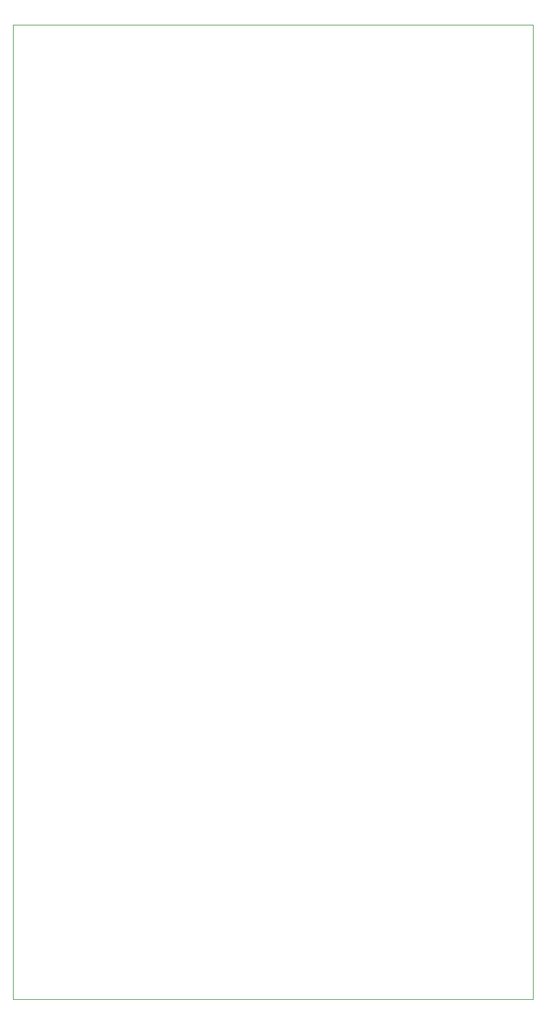
<source format=gbr>
%TF.GenerationSoftware,KiCad,Pcbnew,5.1.7*%
%TF.CreationDate,2020-11-10T17:44:51+01:00*%
%TF.ProjectId,AS3310-ADSR,41533333-3130-42d4-9144-53522e6b6963,1*%
%TF.SameCoordinates,Original*%
%TF.FileFunction,Profile,NP*%
%FSLAX46Y46*%
G04 Gerber Fmt 4.6, Leading zero omitted, Abs format (unit mm)*
G04 Created by KiCad (PCBNEW 5.1.7) date 2020-11-10 17:44:51*
%MOMM*%
%LPD*%
G01*
G04 APERTURE LIST*
%TA.AperFunction,Profile*%
%ADD10C,0.050000*%
%TD*%
G04 APERTURE END LIST*
D10*
X152090000Y-32750000D02*
X152090000Y-165890000D01*
X81050000Y-32750000D02*
X152090000Y-32750000D01*
X81050000Y-165890000D02*
X81050000Y-32750000D01*
X152090000Y-165890000D02*
X81050000Y-165890000D01*
M02*

</source>
